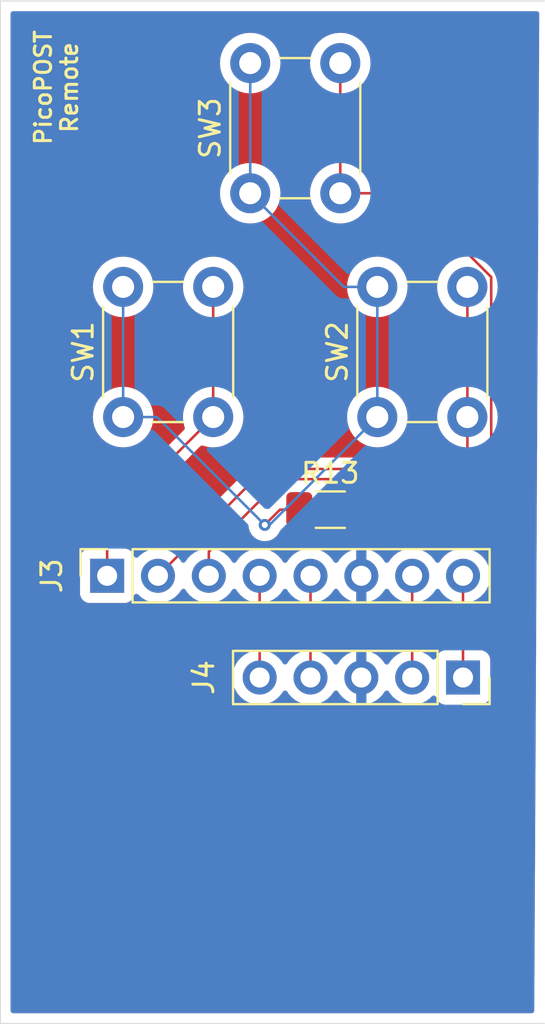
<source format=kicad_pcb>
(kicad_pcb (version 20211014) (generator pcbnew)
  (layers (0 "F.Cu" signal) (31 "B.Cu" signal) (34 "B.Paste" user) (35 "F.Paste" user) (36 "B.SilkS" user "B.Silkscreen") (37 "F.SilkS" user "F.Silkscreen") (38 "B.Mask" user) (39 "F.Mask" user) (44 "Edge.Cuts" user))
  (net 0 "")
  (net 1 "Net-(J3-Pad1)")
  (net 2 "Net-(J3-Pad2)")
  (net 3 "Net-(J3-Pad3)")
  (net 4 "Net-(J3-Pad4)")
  (net 5 "Net-(J3-Pad5)")
  (net 6 "/remote_GND")
  (net 7 "Net-(J3-Pad7)")
  (net 8 "Net-(J3-Pad8)")
  (net 9 "Net-(R13-Pad1)")
  (footprint "Connector_PinSocket_2.54mm:PinSocket_1x05_P2.54mm_Vertical" (layer "F.Cu") (at 101.854 135.382 -90)
    (fp_text reference "J4" (at 0 12.954 90) (layer "F.SilkS"))
    (fp_text value "OLED here")
    (fp_line (start 1.33 1.27) (end 1.33 11.49) (layer "F.SilkS") (width 0.12))
    (fp_line (start -1.33 1.27) (end -1.33 11.49) (layer "F.SilkS") (width 0.12))
    (fp_line (start 1.33 -1.33) (end 1.33 0) (layer "F.SilkS") (width 0.12))
    (fp_line (start -1.33 11.49) (end 1.33 11.49) (layer "F.SilkS") (width 0.12))
    (fp_line (start 0 -1.33) (end 1.33 -1.33) (layer "F.SilkS") (width 0.12))
    (fp_line (start -1.33 1.27) (end 1.33 1.27) (layer "F.SilkS") (width 0.12))
    (pad "1" thru_hole rect (at 0 0 270) (size 1.7 1.7) (drill 1) (layers *.Cu *.Mask) (net 8 "Net-(J3-Pad8)"))
    (pad "2" thru_hole oval (at 0 2.54 270) (size 1.7 1.7) (drill 1) (layers *.Cu *.Mask) (net 7 "Net-(J3-Pad7)"))
    (pad "3" thru_hole oval (at 0 5.08 270) (size 1.7 1.7) (drill 1) (layers *.Cu *.Mask) (net 6 "/remote_GND"))
    (pad "4" thru_hole oval (at 0 7.62 270) (size 1.7 1.7) (drill 1) (layers *.Cu *.Mask) (net 5 "Net-(J3-Pad5)"))
    (pad "5" thru_hole oval (at 0 10.16 270) (size 1.7 1.7) (drill 1) (layers *.Cu *.Mask) (net 4 "Net-(J3-Pad4)"))
  )
  (footprint "Resistor_SMD:R_1206_3216Metric_Pad1.30x1.75mm_HandSolder" (layer "F.Cu") (at 95.224 127)
    (fp_text reference "R13" (at 0 -1.82) (layer "F.SilkS"))
    (fp_text value "1000")
    (fp_line (start -0.727064 0.91) (end 0.727064 0.91) (layer "F.SilkS") (width 0.12))
    (fp_line (start -0.727064 -0.91) (end 0.727064 -0.91) (layer "F.SilkS") (width 0.12))
    (pad "1" smd roundrect (at -1.55 0) (size 1.3 1.75) (layers "F.Cu" "F.Paste" "F.Mask") (roundrect_rratio 0.1923076923) (net 9 "Net-(R13-Pad1)"))
    (pad "2" smd roundrect (at 1.55 0) (size 1.3 1.75) (layers "F.Cu" "F.Paste" "F.Mask") (roundrect_rratio 0.1923076923) (net 6 "/remote_GND"))
  )
  (footprint "Button_Switch_THT:SW_PUSH_6mm_H5mm" (layer "F.Cu") (at 97.572 122.376 90)
    (fp_text reference "SW2" (at 3.25 -2 90) (layer "F.SilkS"))
    (fp_text value "Down")
    (fp_line (start -0.25 1.5) (end -0.25 3) (layer "F.SilkS") (width 0.12))
    (fp_line (start 1 5.5) (end 5.5 5.5) (layer "F.SilkS") (width 0.12))
    (fp_line (start 5.5 -1) (end 1 -1) (layer "F.SilkS") (width 0.12))
    (fp_line (start 6.75 3) (end 6.75 1.5) (layer "F.SilkS") (width 0.12))
    (pad "1" thru_hole circle (at 6.5 0 180) (size 2 2) (drill 1.1) (layers *.Cu *.Mask) (net 9 "Net-(R13-Pad1)"))
    (pad "1" thru_hole circle (at 0 0 180) (size 2 2) (drill 1.1) (layers *.Cu *.Mask) (net 9 "Net-(R13-Pad1)"))
    (pad "2" thru_hole circle (at 0 4.5 180) (size 2 2) (drill 1.1) (layers *.Cu *.Mask) (net 2 "Net-(J3-Pad2)"))
    (pad "2" thru_hole circle (at 6.5 4.5 180) (size 2 2) (drill 1.1) (layers *.Cu *.Mask) (net 2 "Net-(J3-Pad2)"))
  )
  (footprint "Button_Switch_THT:SW_PUSH_6mm_H5mm" (layer "F.Cu") (at 91.222 111.2 90)
    (fp_text reference "SW3" (at 3.25 -2 90) (layer "F.SilkS"))
    (fp_text value "Select/Menu")
    (fp_line (start 5.5 -1) (end 1 -1) (layer "F.SilkS") (width 0.12))
    (fp_line (start 6.75 3) (end 6.75 1.5) (layer "F.SilkS") (width 0.12))
    (fp_line (start -0.25 1.5) (end -0.25 3) (layer "F.SilkS") (width 0.12))
    (fp_line (start 1 5.5) (end 5.5 5.5) (layer "F.SilkS") (width 0.12))
    (pad "1" thru_hole circle (at 6.5 0 180) (size 2 2) (drill 1.1) (layers *.Cu *.Mask) (net 9 "Net-(R13-Pad1)"))
    (pad "1" thru_hole circle (at 0 0 180) (size 2 2) (drill 1.1) (layers *.Cu *.Mask) (net 9 "Net-(R13-Pad1)"))
    (pad "2" thru_hole circle (at 0 4.5 180) (size 2 2) (drill 1.1) (layers *.Cu *.Mask) (net 3 "Net-(J3-Pad3)"))
    (pad "2" thru_hole circle (at 6.5 4.5 180) (size 2 2) (drill 1.1) (layers *.Cu *.Mask) (net 3 "Net-(J3-Pad3)"))
  )
  (footprint "Connector_PinSocket_2.54mm:PinSocket_1x08_P2.54mm_Vertical" (layer "F.Cu") (at 84.074 130.302 90)
    (fp_text reference "J3" (at 0 -2.77 90) (layer "F.SilkS"))
    (fp_text value "remote header")
    (fp_line (start 1.33 1.27) (end 1.33 19.11) (layer "F.SilkS") (width 0.12))
    (fp_line (start 0 -1.33) (end 1.33 -1.33) (layer "F.SilkS") (width 0.12))
    (fp_line (start -1.33 1.27) (end 1.33 1.27) (layer "F.SilkS") (width 0.12))
    (fp_line (start 1.33 -1.33) (end 1.33 0) (layer "F.SilkS") (width 0.12))
    (fp_line (start -1.33 1.27) (end -1.33 19.11) (layer "F.SilkS") (width 0.12))
    (fp_line (start -1.33 19.11) (end 1.33 19.11) (layer "F.SilkS") (width 0.12))
    (pad "1" thru_hole rect (at 0 0 90) (size 1.7 1.7) (drill 1) (layers *.Cu *.Mask) (net 1 "Net-(J3-Pad1)"))
    (pad "2" thru_hole oval (at 0 2.54 90) (size 1.7 1.7) (drill 1) (layers *.Cu *.Mask) (net 2 "Net-(J3-Pad2)"))
    (pad "3" thru_hole oval (at 0 5.08 90) (size 1.7 1.7) (drill 1) (layers *.Cu *.Mask) (net 3 "Net-(J3-Pad3)"))
    (pad "4" thru_hole oval (at 0 7.62 90) (size 1.7 1.7) (drill 1) (layers *.Cu *.Mask) (net 4 "Net-(J3-Pad4)"))
    (pad "5" thru_hole oval (at 0 10.16 90) (size 1.7 1.7) (drill 1) (layers *.Cu *.Mask) (net 5 "Net-(J3-Pad5)"))
    (pad "6" thru_hole oval (at 0 12.7 90) (size 1.7 1.7) (drill 1) (layers *.Cu *.Mask) (net 6 "/remote_GND"))
    (pad "7" thru_hole oval (at 0 15.24 90) (size 1.7 1.7) (drill 1) (layers *.Cu *.Mask) (net 7 "Net-(J3-Pad7)"))
    (pad "8" thru_hole oval (at 0 17.78 90) (size 1.7 1.7) (drill 1) (layers *.Cu *.Mask) (net 8 "Net-(J3-Pad8)"))
  )
  (footprint "Button_Switch_THT:SW_PUSH_6mm_H5mm" (layer "F.Cu") (at 84.872 122.376 90)
    (fp_text reference "SW1" (at 3.25 -2 90) (layer "F.SilkS"))
    (fp_text value "Up")
    (fp_line (start 1 5.5) (end 5.5 5.5) (layer "F.SilkS") (width 0.12))
    (fp_line (start -0.25 1.5) (end -0.25 3) (layer "F.SilkS") (width 0.12))
    (fp_line (start 5.5 -1) (end 1 -1) (layer "F.SilkS") (width 0.12))
    (fp_line (start 6.75 3) (end 6.75 1.5) (layer "F.SilkS") (width 0.12))
    (pad "1" thru_hole circle (at 6.5 0 180) (size 2 2) (drill 1.1) (layers *.Cu *.Mask) (net 9 "Net-(R13-Pad1)"))
    (pad "1" thru_hole circle (at 0 0 180) (size 2 2) (drill 1.1) (layers *.Cu *.Mask) (net 9 "Net-(R13-Pad1)"))
    (pad "2" thru_hole circle (at 6.5 4.5 180) (size 2 2) (drill 1.1) (layers *.Cu *.Mask) (net 1 "Net-(J3-Pad1)"))
    (pad "2" thru_hole circle (at 0 4.5 180) (size 2 2) (drill 1.1) (layers *.Cu *.Mask) (net 1 "Net-(J3-Pad1)"))
  )
  (gr_line (start 78.74 101.6) (end 105.918 101.6) (layer "Edge.Cuts") (width 0.0381))
  (gr_line (start 78.74 152.654) (end 78.74 101.6) (layer "Edge.Cuts") (width 0.0381))
  (gr_line (start 105.918 152.654) (end 78.74 152.654) (layer "Edge.Cuts") (width 0.0381))
  (gr_text "PicoPOST\nRemote" (at 81.534 105.918 90) (layer "F.SilkS") (effects (font (size 0.8128 0.8128) (thickness 0.1524))))
  (segment (start 89.372 122.376) (end 89.372 115.876) (width 0.127) (layer "F.Cu") (net 1))
  (segment (start 84.074 127.674) (end 89.372 122.376) (width 0.127) (layer "F.Cu") (net 1))
  (segment (start 84.074 130.302) (end 84.074 127.674) (width 0.127) (layer "F.Cu") (net 1))
  (segment (start 91.948 124.968) (end 101.346 124.968) (width 0.127) (layer "F.Cu") (net 2))
  (segment (start 102.072 124.242) (end 102.072 122.376) (width 0.127) (layer "F.Cu") (net 2))
  (segment (start 102.072 122.376) (end 102.072 115.876) (width 0.127) (layer "F.Cu") (net 2))
  (segment (start 86.614 130.302) (end 91.948 124.968) (width 0.127) (layer "F.Cu") (net 2))
  (segment (start 101.346 124.968) (end 102.072 124.242) (width 0.127) (layer "F.Cu") (net 2))
  (segment (start 103.124 125.476) (end 103.262011 125.337989) (width 0.127) (layer "F.Cu") (net 3))
  (segment (start 89.154 129.099919) (end 92.777919 125.476) (width 0.127) (layer "F.Cu") (net 3))
  (segment (start 103.262011 115.38308) (end 99.078931 111.2) (width 0.127) (layer "F.Cu") (net 3))
  (segment (start 92.777919 125.476) (end 103.124 125.476) (width 0.127) (layer "F.Cu") (net 3))
  (segment (start 89.154 130.302) (end 89.154 129.099919) (width 0.127) (layer "F.Cu") (net 3))
  (segment (start 99.078931 111.2) (end 95.722 111.2) (width 0.127) (layer "F.Cu") (net 3))
  (segment (start 103.262011 125.337989) (end 103.262011 115.38308) (width 0.127) (layer "F.Cu") (net 3))
  (segment (start 95.722 111.2) (end 95.722 104.7) (width 0.127) (layer "F.Cu") (net 3))
  (segment (start 91.694 130.302) (end 91.694 135.382) (width 0.127) (layer "F.Cu") (net 4))
  (segment (start 94.234 130.302) (end 94.234 135.382) (width 0.127) (layer "F.Cu") (net 5))
  (segment (start 96.774 130.302) (end 96.774 135.382) (width 0.127) (layer "F.Cu") (net 6))
  (segment (start 96.774 130.302) (end 96.774 127) (width 0.127) (layer "F.Cu") (net 6))
  (segment (start 99.314 130.302) (end 99.314 135.382) (width 0.127) (layer "F.Cu") (net 7))
  (segment (start 101.854 130.302) (end 101.854 135.382) (width 0.127) (layer "F.Cu") (net 8))
  (segment (start 93.674 127) (end 92.71 127) (width 0.127) (layer "F.Cu") (net 9))
  (segment (start 92.71 127) (end 91.948 127.762) (width 0.127) (layer "F.Cu") (net 9))
  (via (at 91.948 127.762) (size 0.6) (drill 0.3) (layers "F.Cu" "B.Cu") (net 9))
  (segment (start 84.872 122.376) (end 84.872 115.876) (width 0.127) (layer "B.Cu") (net 9))
  (segment (start 97.572 122.376) (end 97.572 115.876) (width 0.127) (layer "B.Cu") (net 9))
  (segment (start 92.186 127.762) (end 97.572 122.376) (width 0.127) (layer "B.Cu") (net 9))
  (segment (start 91.948 127.762) (end 92.186 127.762) (width 0.127) (layer "B.Cu") (net 9))
  (segment (start 97.572 115.876) (end 95.898 115.876) (width 0.127) (layer "B.Cu") (net 9))
  (segment (start 86.562 122.376) (end 84.872 122.376) (width 0.127) (layer "B.Cu") (net 9))
  (segment (start 95.898 115.876) (end 91.222 111.2) (width 0.127) (layer "B.Cu") (net 9))
  (segment (start 91.948 127.762) (end 86.562 122.376) (width 0.127) (layer "B.Cu") (net 9))
  (segment (start 91.222 111.2) (end 91.222 104.7) (width 0.127) (layer "B.Cu") (net 9))
  (zone (net 6) (net_name "/remote_GND") (layer "F.Cu") (name "front fill remote") (connect_pads (clearance 0.508)) (min_thickness 0.254) (fill yes (thermal_gap 0.508) (thermal_bridge_width 0.508))
    (polygon (pts (xy 105.41 152.4) (xy 78.994 152.4) (xy 78.994 101.854) (xy 105.664 101.854)))
  )
  (zone (net 6) (net_name "/remote_GND") (layer "B.Cu") (name "back fill remote") (connect_pads (clearance 0.508)) (min_thickness 0.254) (fill yes (thermal_gap 0.508) (thermal_bridge_width 0.508))
    (polygon (pts (xy 105.41 152.4) (xy 78.994 152.4) (xy 78.994 101.854) (xy 105.664 101.854)))
  )
)
</source>
